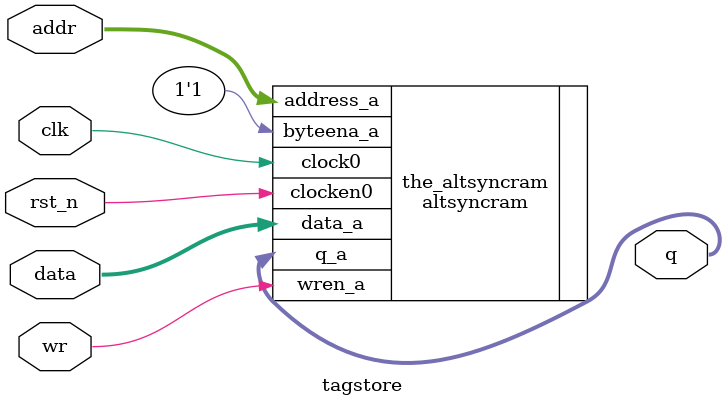
<source format=v>
module tagstore(
  addr,
  data,
  wr,
  clk,
  rst_n,
  q
);

parameter addr_width = 0;
parameter data_width = 0;

input  wire [addr_width - 1:0] addr;
input  wire [data_width - 1:0] data;
input  wire                    wr;
input  wire                    clk;
input  wire                    rst_n;

output wire [data_width - 1:0] q;

altsyncram
  #(
    .byte_size(data_width),
    .widthad_a(addr_width),
    .width_a(data_width),
    .width_byteena_a(1),
    .lpm_type("altsyncram"),
    .operation_mode("SINGLE_PORT"),
    .outdata_reg_a("UNREGISTERED"),
    .ram_block_type("AUTO"),
    .read_during_write_mode_mixed_ports("DONT_CARE")
  )
  the_altsyncram (
    .address_a (addr),
    .data_a (data),
    .byteena_a (1'b1),
    .q_a (q),
    .wren_a (wr),
    .clock0 (clk),
    .clocken0 (rst_n)
);

endmodule

</source>
